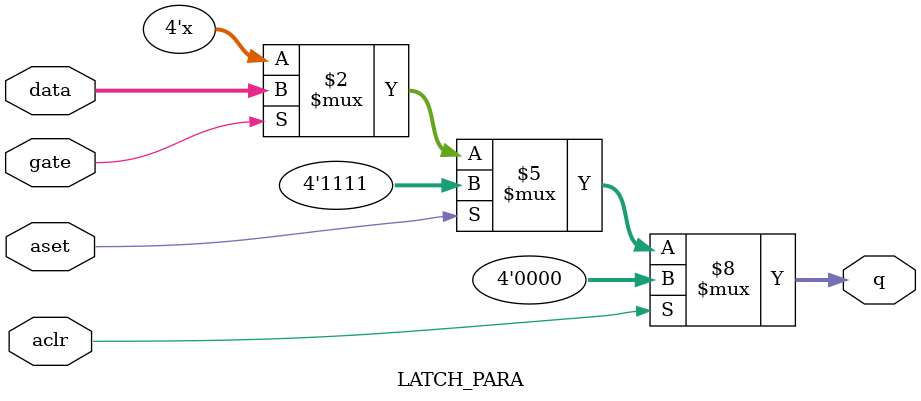
<source format=v>
module LATCH_PARA #(parameter LAT_WIDTH=4)(
input aset,
input [LAT_WIDTH-1:0]data,
input gate,
input aclr,
output reg [LAT_WIDTH-1:0]q
);
always @(*) begin
if(aclr)
q<=4'b0000;
else if (aset)
q<=4'b1111;
else if (gate)
q<=data;
end
endmodule

</source>
